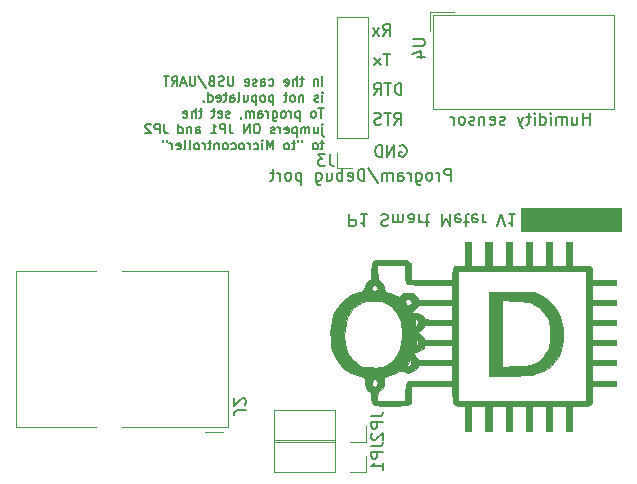
<source format=gbr>
%TF.GenerationSoftware,KiCad,Pcbnew,5.1.12-1.fc35*%
%TF.CreationDate,2021-12-21T00:05:04+01:00*%
%TF.ProjectId,smartmeterreader,736d6172-746d-4657-9465-727265616465,rev?*%
%TF.SameCoordinates,Original*%
%TF.FileFunction,Legend,Bot*%
%TF.FilePolarity,Positive*%
%FSLAX46Y46*%
G04 Gerber Fmt 4.6, Leading zero omitted, Abs format (unit mm)*
G04 Created by KiCad (PCBNEW 5.1.12-1.fc35) date 2021-12-21 00:05:04*
%MOMM*%
%LPD*%
G01*
G04 APERTURE LIST*
%ADD10C,0.150000*%
%ADD11C,0.100000*%
%ADD12C,0.010000*%
%ADD13C,0.120000*%
G04 APERTURE END LIST*
D10*
X166833333Y-84452380D02*
X166833333Y-83452380D01*
X166833333Y-83928571D02*
X166261904Y-83928571D01*
X166261904Y-84452380D02*
X166261904Y-83452380D01*
X165357142Y-83785714D02*
X165357142Y-84452380D01*
X165785714Y-83785714D02*
X165785714Y-84309523D01*
X165738095Y-84404761D01*
X165642857Y-84452380D01*
X165500000Y-84452380D01*
X165404761Y-84404761D01*
X165357142Y-84357142D01*
X164880952Y-84452380D02*
X164880952Y-83785714D01*
X164880952Y-83880952D02*
X164833333Y-83833333D01*
X164738095Y-83785714D01*
X164595238Y-83785714D01*
X164500000Y-83833333D01*
X164452380Y-83928571D01*
X164452380Y-84452380D01*
X164452380Y-83928571D02*
X164404761Y-83833333D01*
X164309523Y-83785714D01*
X164166666Y-83785714D01*
X164071428Y-83833333D01*
X164023809Y-83928571D01*
X164023809Y-84452380D01*
X163547619Y-84452380D02*
X163547619Y-83785714D01*
X163547619Y-83452380D02*
X163595238Y-83500000D01*
X163547619Y-83547619D01*
X163500000Y-83500000D01*
X163547619Y-83452380D01*
X163547619Y-83547619D01*
X162642857Y-84452380D02*
X162642857Y-83452380D01*
X162642857Y-84404761D02*
X162738095Y-84452380D01*
X162928571Y-84452380D01*
X163023809Y-84404761D01*
X163071428Y-84357142D01*
X163119047Y-84261904D01*
X163119047Y-83976190D01*
X163071428Y-83880952D01*
X163023809Y-83833333D01*
X162928571Y-83785714D01*
X162738095Y-83785714D01*
X162642857Y-83833333D01*
X162166666Y-84452380D02*
X162166666Y-83785714D01*
X162166666Y-83452380D02*
X162214285Y-83500000D01*
X162166666Y-83547619D01*
X162119047Y-83500000D01*
X162166666Y-83452380D01*
X162166666Y-83547619D01*
X161833333Y-83785714D02*
X161452380Y-83785714D01*
X161690476Y-83452380D02*
X161690476Y-84309523D01*
X161642857Y-84404761D01*
X161547619Y-84452380D01*
X161452380Y-84452380D01*
X161214285Y-83785714D02*
X160976190Y-84452380D01*
X160738095Y-83785714D02*
X160976190Y-84452380D01*
X161071428Y-84690476D01*
X161119047Y-84738095D01*
X161214285Y-84785714D01*
X159642857Y-84404761D02*
X159547619Y-84452380D01*
X159357142Y-84452380D01*
X159261904Y-84404761D01*
X159214285Y-84309523D01*
X159214285Y-84261904D01*
X159261904Y-84166666D01*
X159357142Y-84119047D01*
X159500000Y-84119047D01*
X159595238Y-84071428D01*
X159642857Y-83976190D01*
X159642857Y-83928571D01*
X159595238Y-83833333D01*
X159500000Y-83785714D01*
X159357142Y-83785714D01*
X159261904Y-83833333D01*
X158404761Y-84404761D02*
X158500000Y-84452380D01*
X158690476Y-84452380D01*
X158785714Y-84404761D01*
X158833333Y-84309523D01*
X158833333Y-83928571D01*
X158785714Y-83833333D01*
X158690476Y-83785714D01*
X158500000Y-83785714D01*
X158404761Y-83833333D01*
X158357142Y-83928571D01*
X158357142Y-84023809D01*
X158833333Y-84119047D01*
X157928571Y-83785714D02*
X157928571Y-84452380D01*
X157928571Y-83880952D02*
X157880952Y-83833333D01*
X157785714Y-83785714D01*
X157642857Y-83785714D01*
X157547619Y-83833333D01*
X157500000Y-83928571D01*
X157500000Y-84452380D01*
X157071428Y-84404761D02*
X156976190Y-84452380D01*
X156785714Y-84452380D01*
X156690476Y-84404761D01*
X156642857Y-84309523D01*
X156642857Y-84261904D01*
X156690476Y-84166666D01*
X156785714Y-84119047D01*
X156928571Y-84119047D01*
X157023809Y-84071428D01*
X157071428Y-83976190D01*
X157071428Y-83928571D01*
X157023809Y-83833333D01*
X156928571Y-83785714D01*
X156785714Y-83785714D01*
X156690476Y-83833333D01*
X156071428Y-84452380D02*
X156166666Y-84404761D01*
X156214285Y-84357142D01*
X156261904Y-84261904D01*
X156261904Y-83976190D01*
X156214285Y-83880952D01*
X156166666Y-83833333D01*
X156071428Y-83785714D01*
X155928571Y-83785714D01*
X155833333Y-83833333D01*
X155785714Y-83880952D01*
X155738095Y-83976190D01*
X155738095Y-84261904D01*
X155785714Y-84357142D01*
X155833333Y-84404761D01*
X155928571Y-84452380D01*
X156071428Y-84452380D01*
X155309523Y-84452380D02*
X155309523Y-83785714D01*
X155309523Y-83976190D02*
X155261904Y-83880952D01*
X155214285Y-83833333D01*
X155119047Y-83785714D01*
X155023809Y-83785714D01*
X144212023Y-81161904D02*
X144212023Y-80361904D01*
X143831071Y-80628571D02*
X143831071Y-81161904D01*
X143831071Y-80704761D02*
X143792976Y-80666666D01*
X143716785Y-80628571D01*
X143602500Y-80628571D01*
X143526309Y-80666666D01*
X143488214Y-80742857D01*
X143488214Y-81161904D01*
X142612023Y-80628571D02*
X142307261Y-80628571D01*
X142497738Y-80361904D02*
X142497738Y-81047619D01*
X142459642Y-81123809D01*
X142383452Y-81161904D01*
X142307261Y-81161904D01*
X142040595Y-81161904D02*
X142040595Y-80361904D01*
X141697738Y-81161904D02*
X141697738Y-80742857D01*
X141735833Y-80666666D01*
X141812023Y-80628571D01*
X141926309Y-80628571D01*
X142002500Y-80666666D01*
X142040595Y-80704761D01*
X141012023Y-81123809D02*
X141088214Y-81161904D01*
X141240595Y-81161904D01*
X141316785Y-81123809D01*
X141354880Y-81047619D01*
X141354880Y-80742857D01*
X141316785Y-80666666D01*
X141240595Y-80628571D01*
X141088214Y-80628571D01*
X141012023Y-80666666D01*
X140973928Y-80742857D01*
X140973928Y-80819047D01*
X141354880Y-80895238D01*
X139678690Y-81123809D02*
X139754880Y-81161904D01*
X139907261Y-81161904D01*
X139983452Y-81123809D01*
X140021547Y-81085714D01*
X140059642Y-81009523D01*
X140059642Y-80780952D01*
X140021547Y-80704761D01*
X139983452Y-80666666D01*
X139907261Y-80628571D01*
X139754880Y-80628571D01*
X139678690Y-80666666D01*
X138992976Y-81161904D02*
X138992976Y-80742857D01*
X139031071Y-80666666D01*
X139107261Y-80628571D01*
X139259642Y-80628571D01*
X139335833Y-80666666D01*
X138992976Y-81123809D02*
X139069166Y-81161904D01*
X139259642Y-81161904D01*
X139335833Y-81123809D01*
X139373928Y-81047619D01*
X139373928Y-80971428D01*
X139335833Y-80895238D01*
X139259642Y-80857142D01*
X139069166Y-80857142D01*
X138992976Y-80819047D01*
X138650119Y-81123809D02*
X138573928Y-81161904D01*
X138421547Y-81161904D01*
X138345357Y-81123809D01*
X138307261Y-81047619D01*
X138307261Y-81009523D01*
X138345357Y-80933333D01*
X138421547Y-80895238D01*
X138535833Y-80895238D01*
X138612023Y-80857142D01*
X138650119Y-80780952D01*
X138650119Y-80742857D01*
X138612023Y-80666666D01*
X138535833Y-80628571D01*
X138421547Y-80628571D01*
X138345357Y-80666666D01*
X137659642Y-81123809D02*
X137735833Y-81161904D01*
X137888214Y-81161904D01*
X137964404Y-81123809D01*
X138002500Y-81047619D01*
X138002500Y-80742857D01*
X137964404Y-80666666D01*
X137888214Y-80628571D01*
X137735833Y-80628571D01*
X137659642Y-80666666D01*
X137621547Y-80742857D01*
X137621547Y-80819047D01*
X138002500Y-80895238D01*
X136669166Y-80361904D02*
X136669166Y-81009523D01*
X136631071Y-81085714D01*
X136592976Y-81123809D01*
X136516785Y-81161904D01*
X136364404Y-81161904D01*
X136288214Y-81123809D01*
X136250119Y-81085714D01*
X136212023Y-81009523D01*
X136212023Y-80361904D01*
X135869166Y-81123809D02*
X135754880Y-81161904D01*
X135564404Y-81161904D01*
X135488214Y-81123809D01*
X135450119Y-81085714D01*
X135412023Y-81009523D01*
X135412023Y-80933333D01*
X135450119Y-80857142D01*
X135488214Y-80819047D01*
X135564404Y-80780952D01*
X135716785Y-80742857D01*
X135792976Y-80704761D01*
X135831071Y-80666666D01*
X135869166Y-80590476D01*
X135869166Y-80514285D01*
X135831071Y-80438095D01*
X135792976Y-80400000D01*
X135716785Y-80361904D01*
X135526309Y-80361904D01*
X135412023Y-80400000D01*
X134802500Y-80742857D02*
X134688214Y-80780952D01*
X134650119Y-80819047D01*
X134612023Y-80895238D01*
X134612023Y-81009523D01*
X134650119Y-81085714D01*
X134688214Y-81123809D01*
X134764404Y-81161904D01*
X135069166Y-81161904D01*
X135069166Y-80361904D01*
X134802500Y-80361904D01*
X134726309Y-80400000D01*
X134688214Y-80438095D01*
X134650119Y-80514285D01*
X134650119Y-80590476D01*
X134688214Y-80666666D01*
X134726309Y-80704761D01*
X134802500Y-80742857D01*
X135069166Y-80742857D01*
X133697738Y-80323809D02*
X134383452Y-81352380D01*
X133431071Y-80361904D02*
X133431071Y-81009523D01*
X133392976Y-81085714D01*
X133354880Y-81123809D01*
X133278690Y-81161904D01*
X133126309Y-81161904D01*
X133050119Y-81123809D01*
X133012023Y-81085714D01*
X132973928Y-81009523D01*
X132973928Y-80361904D01*
X132631071Y-80933333D02*
X132250119Y-80933333D01*
X132707261Y-81161904D02*
X132440595Y-80361904D01*
X132173928Y-81161904D01*
X131450119Y-81161904D02*
X131716785Y-80780952D01*
X131907261Y-81161904D02*
X131907261Y-80361904D01*
X131602500Y-80361904D01*
X131526309Y-80400000D01*
X131488214Y-80438095D01*
X131450119Y-80514285D01*
X131450119Y-80628571D01*
X131488214Y-80704761D01*
X131526309Y-80742857D01*
X131602500Y-80780952D01*
X131907261Y-80780952D01*
X131221547Y-80361904D02*
X130764404Y-80361904D01*
X130992976Y-81161904D02*
X130992976Y-80361904D01*
X144212023Y-82511904D02*
X144212023Y-81978571D01*
X144212023Y-81711904D02*
X144250119Y-81750000D01*
X144212023Y-81788095D01*
X144173928Y-81750000D01*
X144212023Y-81711904D01*
X144212023Y-81788095D01*
X143869166Y-82473809D02*
X143792976Y-82511904D01*
X143640595Y-82511904D01*
X143564404Y-82473809D01*
X143526309Y-82397619D01*
X143526309Y-82359523D01*
X143564404Y-82283333D01*
X143640595Y-82245238D01*
X143754880Y-82245238D01*
X143831071Y-82207142D01*
X143869166Y-82130952D01*
X143869166Y-82092857D01*
X143831071Y-82016666D01*
X143754880Y-81978571D01*
X143640595Y-81978571D01*
X143564404Y-82016666D01*
X142573928Y-81978571D02*
X142573928Y-82511904D01*
X142573928Y-82054761D02*
X142535833Y-82016666D01*
X142459642Y-81978571D01*
X142345357Y-81978571D01*
X142269166Y-82016666D01*
X142231071Y-82092857D01*
X142231071Y-82511904D01*
X141735833Y-82511904D02*
X141812023Y-82473809D01*
X141850119Y-82435714D01*
X141888214Y-82359523D01*
X141888214Y-82130952D01*
X141850119Y-82054761D01*
X141812023Y-82016666D01*
X141735833Y-81978571D01*
X141621547Y-81978571D01*
X141545357Y-82016666D01*
X141507261Y-82054761D01*
X141469166Y-82130952D01*
X141469166Y-82359523D01*
X141507261Y-82435714D01*
X141545357Y-82473809D01*
X141621547Y-82511904D01*
X141735833Y-82511904D01*
X141240595Y-81978571D02*
X140935833Y-81978571D01*
X141126309Y-81711904D02*
X141126309Y-82397619D01*
X141088214Y-82473809D01*
X141012023Y-82511904D01*
X140935833Y-82511904D01*
X140059642Y-81978571D02*
X140059642Y-82778571D01*
X140059642Y-82016666D02*
X139983452Y-81978571D01*
X139831071Y-81978571D01*
X139754880Y-82016666D01*
X139716785Y-82054761D01*
X139678690Y-82130952D01*
X139678690Y-82359523D01*
X139716785Y-82435714D01*
X139754880Y-82473809D01*
X139831071Y-82511904D01*
X139983452Y-82511904D01*
X140059642Y-82473809D01*
X139221547Y-82511904D02*
X139297738Y-82473809D01*
X139335833Y-82435714D01*
X139373928Y-82359523D01*
X139373928Y-82130952D01*
X139335833Y-82054761D01*
X139297738Y-82016666D01*
X139221547Y-81978571D01*
X139107261Y-81978571D01*
X139031071Y-82016666D01*
X138992976Y-82054761D01*
X138954880Y-82130952D01*
X138954880Y-82359523D01*
X138992976Y-82435714D01*
X139031071Y-82473809D01*
X139107261Y-82511904D01*
X139221547Y-82511904D01*
X138612023Y-81978571D02*
X138612023Y-82778571D01*
X138612023Y-82016666D02*
X138535833Y-81978571D01*
X138383452Y-81978571D01*
X138307261Y-82016666D01*
X138269166Y-82054761D01*
X138231071Y-82130952D01*
X138231071Y-82359523D01*
X138269166Y-82435714D01*
X138307261Y-82473809D01*
X138383452Y-82511904D01*
X138535833Y-82511904D01*
X138612023Y-82473809D01*
X137545357Y-81978571D02*
X137545357Y-82511904D01*
X137888214Y-81978571D02*
X137888214Y-82397619D01*
X137850119Y-82473809D01*
X137773928Y-82511904D01*
X137659642Y-82511904D01*
X137583452Y-82473809D01*
X137545357Y-82435714D01*
X137050119Y-82511904D02*
X137126309Y-82473809D01*
X137164404Y-82397619D01*
X137164404Y-81711904D01*
X136402500Y-82511904D02*
X136402500Y-82092857D01*
X136440595Y-82016666D01*
X136516785Y-81978571D01*
X136669166Y-81978571D01*
X136745357Y-82016666D01*
X136402500Y-82473809D02*
X136478690Y-82511904D01*
X136669166Y-82511904D01*
X136745357Y-82473809D01*
X136783452Y-82397619D01*
X136783452Y-82321428D01*
X136745357Y-82245238D01*
X136669166Y-82207142D01*
X136478690Y-82207142D01*
X136402500Y-82169047D01*
X136135833Y-81978571D02*
X135831071Y-81978571D01*
X136021547Y-81711904D02*
X136021547Y-82397619D01*
X135983452Y-82473809D01*
X135907261Y-82511904D01*
X135831071Y-82511904D01*
X135259642Y-82473809D02*
X135335833Y-82511904D01*
X135488214Y-82511904D01*
X135564404Y-82473809D01*
X135602500Y-82397619D01*
X135602500Y-82092857D01*
X135564404Y-82016666D01*
X135488214Y-81978571D01*
X135335833Y-81978571D01*
X135259642Y-82016666D01*
X135221547Y-82092857D01*
X135221547Y-82169047D01*
X135602500Y-82245238D01*
X134535833Y-82511904D02*
X134535833Y-81711904D01*
X134535833Y-82473809D02*
X134612023Y-82511904D01*
X134764404Y-82511904D01*
X134840595Y-82473809D01*
X134878690Y-82435714D01*
X134916785Y-82359523D01*
X134916785Y-82130952D01*
X134878690Y-82054761D01*
X134840595Y-82016666D01*
X134764404Y-81978571D01*
X134612023Y-81978571D01*
X134535833Y-82016666D01*
X134154880Y-82435714D02*
X134116785Y-82473809D01*
X134154880Y-82511904D01*
X134192976Y-82473809D01*
X134154880Y-82435714D01*
X134154880Y-82511904D01*
X144326309Y-83061904D02*
X143869166Y-83061904D01*
X144097738Y-83861904D02*
X144097738Y-83061904D01*
X143488214Y-83861904D02*
X143564404Y-83823809D01*
X143602500Y-83785714D01*
X143640595Y-83709523D01*
X143640595Y-83480952D01*
X143602500Y-83404761D01*
X143564404Y-83366666D01*
X143488214Y-83328571D01*
X143373928Y-83328571D01*
X143297738Y-83366666D01*
X143259642Y-83404761D01*
X143221547Y-83480952D01*
X143221547Y-83709523D01*
X143259642Y-83785714D01*
X143297738Y-83823809D01*
X143373928Y-83861904D01*
X143488214Y-83861904D01*
X142269166Y-83328571D02*
X142269166Y-84128571D01*
X142269166Y-83366666D02*
X142192976Y-83328571D01*
X142040595Y-83328571D01*
X141964404Y-83366666D01*
X141926309Y-83404761D01*
X141888214Y-83480952D01*
X141888214Y-83709523D01*
X141926309Y-83785714D01*
X141964404Y-83823809D01*
X142040595Y-83861904D01*
X142192976Y-83861904D01*
X142269166Y-83823809D01*
X141545357Y-83861904D02*
X141545357Y-83328571D01*
X141545357Y-83480952D02*
X141507261Y-83404761D01*
X141469166Y-83366666D01*
X141392976Y-83328571D01*
X141316785Y-83328571D01*
X140935833Y-83861904D02*
X141012023Y-83823809D01*
X141050119Y-83785714D01*
X141088214Y-83709523D01*
X141088214Y-83480952D01*
X141050119Y-83404761D01*
X141012023Y-83366666D01*
X140935833Y-83328571D01*
X140821547Y-83328571D01*
X140745357Y-83366666D01*
X140707261Y-83404761D01*
X140669166Y-83480952D01*
X140669166Y-83709523D01*
X140707261Y-83785714D01*
X140745357Y-83823809D01*
X140821547Y-83861904D01*
X140935833Y-83861904D01*
X139983452Y-83328571D02*
X139983452Y-83976190D01*
X140021547Y-84052380D01*
X140059642Y-84090476D01*
X140135833Y-84128571D01*
X140250119Y-84128571D01*
X140326309Y-84090476D01*
X139983452Y-83823809D02*
X140059642Y-83861904D01*
X140212023Y-83861904D01*
X140288214Y-83823809D01*
X140326309Y-83785714D01*
X140364404Y-83709523D01*
X140364404Y-83480952D01*
X140326309Y-83404761D01*
X140288214Y-83366666D01*
X140212023Y-83328571D01*
X140059642Y-83328571D01*
X139983452Y-83366666D01*
X139602500Y-83861904D02*
X139602500Y-83328571D01*
X139602500Y-83480952D02*
X139564404Y-83404761D01*
X139526309Y-83366666D01*
X139450119Y-83328571D01*
X139373928Y-83328571D01*
X138764404Y-83861904D02*
X138764404Y-83442857D01*
X138802500Y-83366666D01*
X138878690Y-83328571D01*
X139031071Y-83328571D01*
X139107261Y-83366666D01*
X138764404Y-83823809D02*
X138840595Y-83861904D01*
X139031071Y-83861904D01*
X139107261Y-83823809D01*
X139145357Y-83747619D01*
X139145357Y-83671428D01*
X139107261Y-83595238D01*
X139031071Y-83557142D01*
X138840595Y-83557142D01*
X138764404Y-83519047D01*
X138383452Y-83861904D02*
X138383452Y-83328571D01*
X138383452Y-83404761D02*
X138345357Y-83366666D01*
X138269166Y-83328571D01*
X138154880Y-83328571D01*
X138078690Y-83366666D01*
X138040595Y-83442857D01*
X138040595Y-83861904D01*
X138040595Y-83442857D02*
X138002500Y-83366666D01*
X137926309Y-83328571D01*
X137812023Y-83328571D01*
X137735833Y-83366666D01*
X137697738Y-83442857D01*
X137697738Y-83861904D01*
X137278690Y-83823809D02*
X137278690Y-83861904D01*
X137316785Y-83938095D01*
X137354880Y-83976190D01*
X136364404Y-83823809D02*
X136288214Y-83861904D01*
X136135833Y-83861904D01*
X136059642Y-83823809D01*
X136021547Y-83747619D01*
X136021547Y-83709523D01*
X136059642Y-83633333D01*
X136135833Y-83595238D01*
X136250119Y-83595238D01*
X136326309Y-83557142D01*
X136364404Y-83480952D01*
X136364404Y-83442857D01*
X136326309Y-83366666D01*
X136250119Y-83328571D01*
X136135833Y-83328571D01*
X136059642Y-83366666D01*
X135373928Y-83823809D02*
X135450119Y-83861904D01*
X135602500Y-83861904D01*
X135678690Y-83823809D01*
X135716785Y-83747619D01*
X135716785Y-83442857D01*
X135678690Y-83366666D01*
X135602500Y-83328571D01*
X135450119Y-83328571D01*
X135373928Y-83366666D01*
X135335833Y-83442857D01*
X135335833Y-83519047D01*
X135716785Y-83595238D01*
X135107261Y-83328571D02*
X134802500Y-83328571D01*
X134992976Y-83061904D02*
X134992976Y-83747619D01*
X134954880Y-83823809D01*
X134878690Y-83861904D01*
X134802500Y-83861904D01*
X134040595Y-83328571D02*
X133735833Y-83328571D01*
X133926309Y-83061904D02*
X133926309Y-83747619D01*
X133888214Y-83823809D01*
X133812023Y-83861904D01*
X133735833Y-83861904D01*
X133469166Y-83861904D02*
X133469166Y-83061904D01*
X133126309Y-83861904D02*
X133126309Y-83442857D01*
X133164404Y-83366666D01*
X133240595Y-83328571D01*
X133354880Y-83328571D01*
X133431071Y-83366666D01*
X133469166Y-83404761D01*
X132440595Y-83823809D02*
X132516785Y-83861904D01*
X132669166Y-83861904D01*
X132745357Y-83823809D01*
X132783452Y-83747619D01*
X132783452Y-83442857D01*
X132745357Y-83366666D01*
X132669166Y-83328571D01*
X132516785Y-83328571D01*
X132440595Y-83366666D01*
X132402500Y-83442857D01*
X132402500Y-83519047D01*
X132783452Y-83595238D01*
X144212023Y-84678571D02*
X144212023Y-85364285D01*
X144250119Y-85440476D01*
X144326309Y-85478571D01*
X144364404Y-85478571D01*
X144212023Y-84411904D02*
X144250119Y-84450000D01*
X144212023Y-84488095D01*
X144173928Y-84450000D01*
X144212023Y-84411904D01*
X144212023Y-84488095D01*
X143488214Y-84678571D02*
X143488214Y-85211904D01*
X143831071Y-84678571D02*
X143831071Y-85097619D01*
X143792976Y-85173809D01*
X143716785Y-85211904D01*
X143602500Y-85211904D01*
X143526309Y-85173809D01*
X143488214Y-85135714D01*
X143107261Y-85211904D02*
X143107261Y-84678571D01*
X143107261Y-84754761D02*
X143069166Y-84716666D01*
X142992976Y-84678571D01*
X142878690Y-84678571D01*
X142802500Y-84716666D01*
X142764404Y-84792857D01*
X142764404Y-85211904D01*
X142764404Y-84792857D02*
X142726309Y-84716666D01*
X142650119Y-84678571D01*
X142535833Y-84678571D01*
X142459642Y-84716666D01*
X142421547Y-84792857D01*
X142421547Y-85211904D01*
X142040595Y-84678571D02*
X142040595Y-85478571D01*
X142040595Y-84716666D02*
X141964404Y-84678571D01*
X141812023Y-84678571D01*
X141735833Y-84716666D01*
X141697738Y-84754761D01*
X141659642Y-84830952D01*
X141659642Y-85059523D01*
X141697738Y-85135714D01*
X141735833Y-85173809D01*
X141812023Y-85211904D01*
X141964404Y-85211904D01*
X142040595Y-85173809D01*
X141012023Y-85173809D02*
X141088214Y-85211904D01*
X141240595Y-85211904D01*
X141316785Y-85173809D01*
X141354880Y-85097619D01*
X141354880Y-84792857D01*
X141316785Y-84716666D01*
X141240595Y-84678571D01*
X141088214Y-84678571D01*
X141012023Y-84716666D01*
X140973928Y-84792857D01*
X140973928Y-84869047D01*
X141354880Y-84945238D01*
X140631071Y-85211904D02*
X140631071Y-84678571D01*
X140631071Y-84830952D02*
X140592976Y-84754761D01*
X140554880Y-84716666D01*
X140478690Y-84678571D01*
X140402500Y-84678571D01*
X140173928Y-85173809D02*
X140097738Y-85211904D01*
X139945357Y-85211904D01*
X139869166Y-85173809D01*
X139831071Y-85097619D01*
X139831071Y-85059523D01*
X139869166Y-84983333D01*
X139945357Y-84945238D01*
X140059642Y-84945238D01*
X140135833Y-84907142D01*
X140173928Y-84830952D01*
X140173928Y-84792857D01*
X140135833Y-84716666D01*
X140059642Y-84678571D01*
X139945357Y-84678571D01*
X139869166Y-84716666D01*
X138726309Y-84411904D02*
X138573928Y-84411904D01*
X138497738Y-84450000D01*
X138421547Y-84526190D01*
X138383452Y-84678571D01*
X138383452Y-84945238D01*
X138421547Y-85097619D01*
X138497738Y-85173809D01*
X138573928Y-85211904D01*
X138726309Y-85211904D01*
X138802500Y-85173809D01*
X138878690Y-85097619D01*
X138916785Y-84945238D01*
X138916785Y-84678571D01*
X138878690Y-84526190D01*
X138802500Y-84450000D01*
X138726309Y-84411904D01*
X138040595Y-85211904D02*
X138040595Y-84411904D01*
X137583452Y-85211904D01*
X137583452Y-84411904D01*
X136364404Y-84411904D02*
X136364404Y-84983333D01*
X136402500Y-85097619D01*
X136478690Y-85173809D01*
X136592976Y-85211904D01*
X136669166Y-85211904D01*
X135983452Y-85211904D02*
X135983452Y-84411904D01*
X135678690Y-84411904D01*
X135602500Y-84450000D01*
X135564404Y-84488095D01*
X135526309Y-84564285D01*
X135526309Y-84678571D01*
X135564404Y-84754761D01*
X135602500Y-84792857D01*
X135678690Y-84830952D01*
X135983452Y-84830952D01*
X134764404Y-85211904D02*
X135221547Y-85211904D01*
X134992976Y-85211904D02*
X134992976Y-84411904D01*
X135069166Y-84526190D01*
X135145357Y-84602380D01*
X135221547Y-84640476D01*
X133469166Y-85211904D02*
X133469166Y-84792857D01*
X133507261Y-84716666D01*
X133583452Y-84678571D01*
X133735833Y-84678571D01*
X133812023Y-84716666D01*
X133469166Y-85173809D02*
X133545357Y-85211904D01*
X133735833Y-85211904D01*
X133812023Y-85173809D01*
X133850119Y-85097619D01*
X133850119Y-85021428D01*
X133812023Y-84945238D01*
X133735833Y-84907142D01*
X133545357Y-84907142D01*
X133469166Y-84869047D01*
X133088214Y-84678571D02*
X133088214Y-85211904D01*
X133088214Y-84754761D02*
X133050119Y-84716666D01*
X132973928Y-84678571D01*
X132859642Y-84678571D01*
X132783452Y-84716666D01*
X132745357Y-84792857D01*
X132745357Y-85211904D01*
X132021547Y-85211904D02*
X132021547Y-84411904D01*
X132021547Y-85173809D02*
X132097738Y-85211904D01*
X132250119Y-85211904D01*
X132326309Y-85173809D01*
X132364404Y-85135714D01*
X132402500Y-85059523D01*
X132402500Y-84830952D01*
X132364404Y-84754761D01*
X132326309Y-84716666D01*
X132250119Y-84678571D01*
X132097738Y-84678571D01*
X132021547Y-84716666D01*
X130802500Y-84411904D02*
X130802500Y-84983333D01*
X130840595Y-85097619D01*
X130916785Y-85173809D01*
X131031071Y-85211904D01*
X131107261Y-85211904D01*
X130421547Y-85211904D02*
X130421547Y-84411904D01*
X130116785Y-84411904D01*
X130040595Y-84450000D01*
X130002500Y-84488095D01*
X129964404Y-84564285D01*
X129964404Y-84678571D01*
X130002500Y-84754761D01*
X130040595Y-84792857D01*
X130116785Y-84830952D01*
X130421547Y-84830952D01*
X129659642Y-84488095D02*
X129621547Y-84450000D01*
X129545357Y-84411904D01*
X129354880Y-84411904D01*
X129278690Y-84450000D01*
X129240595Y-84488095D01*
X129202500Y-84564285D01*
X129202500Y-84640476D01*
X129240595Y-84754761D01*
X129697738Y-85211904D01*
X129202500Y-85211904D01*
X144326309Y-86028571D02*
X144021547Y-86028571D01*
X144212023Y-85761904D02*
X144212023Y-86447619D01*
X144173928Y-86523809D01*
X144097738Y-86561904D01*
X144021547Y-86561904D01*
X143640595Y-86561904D02*
X143716785Y-86523809D01*
X143754880Y-86485714D01*
X143792976Y-86409523D01*
X143792976Y-86180952D01*
X143754880Y-86104761D01*
X143716785Y-86066666D01*
X143640595Y-86028571D01*
X143526309Y-86028571D01*
X143450119Y-86066666D01*
X143412023Y-86104761D01*
X143373928Y-86180952D01*
X143373928Y-86409523D01*
X143412023Y-86485714D01*
X143450119Y-86523809D01*
X143526309Y-86561904D01*
X143640595Y-86561904D01*
X142459642Y-85761904D02*
X142459642Y-85914285D01*
X142154880Y-85761904D02*
X142154880Y-85914285D01*
X141926309Y-86028571D02*
X141621547Y-86028571D01*
X141812023Y-85761904D02*
X141812023Y-86447619D01*
X141773928Y-86523809D01*
X141697738Y-86561904D01*
X141621547Y-86561904D01*
X141240595Y-86561904D02*
X141316785Y-86523809D01*
X141354880Y-86485714D01*
X141392976Y-86409523D01*
X141392976Y-86180952D01*
X141354880Y-86104761D01*
X141316785Y-86066666D01*
X141240595Y-86028571D01*
X141126309Y-86028571D01*
X141050119Y-86066666D01*
X141012023Y-86104761D01*
X140973928Y-86180952D01*
X140973928Y-86409523D01*
X141012023Y-86485714D01*
X141050119Y-86523809D01*
X141126309Y-86561904D01*
X141240595Y-86561904D01*
X140021547Y-86561904D02*
X140021547Y-85761904D01*
X139754880Y-86333333D01*
X139488214Y-85761904D01*
X139488214Y-86561904D01*
X139107261Y-86561904D02*
X139107261Y-86028571D01*
X139107261Y-85761904D02*
X139145357Y-85800000D01*
X139107261Y-85838095D01*
X139069166Y-85800000D01*
X139107261Y-85761904D01*
X139107261Y-85838095D01*
X138383452Y-86523809D02*
X138459642Y-86561904D01*
X138612023Y-86561904D01*
X138688214Y-86523809D01*
X138726309Y-86485714D01*
X138764404Y-86409523D01*
X138764404Y-86180952D01*
X138726309Y-86104761D01*
X138688214Y-86066666D01*
X138612023Y-86028571D01*
X138459642Y-86028571D01*
X138383452Y-86066666D01*
X138040595Y-86561904D02*
X138040595Y-86028571D01*
X138040595Y-86180952D02*
X138002500Y-86104761D01*
X137964404Y-86066666D01*
X137888214Y-86028571D01*
X137812023Y-86028571D01*
X137431071Y-86561904D02*
X137507261Y-86523809D01*
X137545357Y-86485714D01*
X137583452Y-86409523D01*
X137583452Y-86180952D01*
X137545357Y-86104761D01*
X137507261Y-86066666D01*
X137431071Y-86028571D01*
X137316785Y-86028571D01*
X137240595Y-86066666D01*
X137202500Y-86104761D01*
X137164404Y-86180952D01*
X137164404Y-86409523D01*
X137202500Y-86485714D01*
X137240595Y-86523809D01*
X137316785Y-86561904D01*
X137431071Y-86561904D01*
X136478690Y-86523809D02*
X136554880Y-86561904D01*
X136707261Y-86561904D01*
X136783452Y-86523809D01*
X136821547Y-86485714D01*
X136859642Y-86409523D01*
X136859642Y-86180952D01*
X136821547Y-86104761D01*
X136783452Y-86066666D01*
X136707261Y-86028571D01*
X136554880Y-86028571D01*
X136478690Y-86066666D01*
X136021547Y-86561904D02*
X136097738Y-86523809D01*
X136135833Y-86485714D01*
X136173928Y-86409523D01*
X136173928Y-86180952D01*
X136135833Y-86104761D01*
X136097738Y-86066666D01*
X136021547Y-86028571D01*
X135907261Y-86028571D01*
X135831071Y-86066666D01*
X135792976Y-86104761D01*
X135754880Y-86180952D01*
X135754880Y-86409523D01*
X135792976Y-86485714D01*
X135831071Y-86523809D01*
X135907261Y-86561904D01*
X136021547Y-86561904D01*
X135412023Y-86028571D02*
X135412023Y-86561904D01*
X135412023Y-86104761D02*
X135373928Y-86066666D01*
X135297738Y-86028571D01*
X135183452Y-86028571D01*
X135107261Y-86066666D01*
X135069166Y-86142857D01*
X135069166Y-86561904D01*
X134802500Y-86028571D02*
X134497738Y-86028571D01*
X134688214Y-85761904D02*
X134688214Y-86447619D01*
X134650119Y-86523809D01*
X134573928Y-86561904D01*
X134497738Y-86561904D01*
X134231071Y-86561904D02*
X134231071Y-86028571D01*
X134231071Y-86180952D02*
X134192976Y-86104761D01*
X134154880Y-86066666D01*
X134078690Y-86028571D01*
X134002500Y-86028571D01*
X133621547Y-86561904D02*
X133697738Y-86523809D01*
X133735833Y-86485714D01*
X133773928Y-86409523D01*
X133773928Y-86180952D01*
X133735833Y-86104761D01*
X133697738Y-86066666D01*
X133621547Y-86028571D01*
X133507261Y-86028571D01*
X133431071Y-86066666D01*
X133392976Y-86104761D01*
X133354880Y-86180952D01*
X133354880Y-86409523D01*
X133392976Y-86485714D01*
X133431071Y-86523809D01*
X133507261Y-86561904D01*
X133621547Y-86561904D01*
X132897738Y-86561904D02*
X132973928Y-86523809D01*
X133012023Y-86447619D01*
X133012023Y-85761904D01*
X132478690Y-86561904D02*
X132554880Y-86523809D01*
X132592976Y-86447619D01*
X132592976Y-85761904D01*
X131869166Y-86523809D02*
X131945357Y-86561904D01*
X132097738Y-86561904D01*
X132173928Y-86523809D01*
X132212023Y-86447619D01*
X132212023Y-86142857D01*
X132173928Y-86066666D01*
X132097738Y-86028571D01*
X131945357Y-86028571D01*
X131869166Y-86066666D01*
X131831071Y-86142857D01*
X131831071Y-86219047D01*
X132212023Y-86295238D01*
X131488214Y-86561904D02*
X131488214Y-86028571D01*
X131488214Y-86180952D02*
X131450119Y-86104761D01*
X131412023Y-86066666D01*
X131335833Y-86028571D01*
X131259642Y-86028571D01*
X131031071Y-85761904D02*
X131031071Y-85914285D01*
X130726309Y-85761904D02*
X130726309Y-85914285D01*
X150761904Y-86250000D02*
X150857142Y-86202380D01*
X151000000Y-86202380D01*
X151142857Y-86250000D01*
X151238095Y-86345238D01*
X151285714Y-86440476D01*
X151333333Y-86630952D01*
X151333333Y-86773809D01*
X151285714Y-86964285D01*
X151238095Y-87059523D01*
X151142857Y-87154761D01*
X151000000Y-87202380D01*
X150904761Y-87202380D01*
X150761904Y-87154761D01*
X150714285Y-87107142D01*
X150714285Y-86773809D01*
X150904761Y-86773809D01*
X150285714Y-87202380D02*
X150285714Y-86202380D01*
X149714285Y-87202380D01*
X149714285Y-86202380D01*
X149238095Y-87202380D02*
X149238095Y-86202380D01*
X149000000Y-86202380D01*
X148857142Y-86250000D01*
X148761904Y-86345238D01*
X148714285Y-86440476D01*
X148666666Y-86630952D01*
X148666666Y-86773809D01*
X148714285Y-86964285D01*
X148761904Y-87059523D01*
X148857142Y-87154761D01*
X149000000Y-87202380D01*
X149238095Y-87202380D01*
X150297619Y-84452380D02*
X150630952Y-83976190D01*
X150869047Y-84452380D02*
X150869047Y-83452380D01*
X150488095Y-83452380D01*
X150392857Y-83500000D01*
X150345238Y-83547619D01*
X150297619Y-83642857D01*
X150297619Y-83785714D01*
X150345238Y-83880952D01*
X150392857Y-83928571D01*
X150488095Y-83976190D01*
X150869047Y-83976190D01*
X150011904Y-83452380D02*
X149440476Y-83452380D01*
X149726190Y-84452380D02*
X149726190Y-83452380D01*
X149154761Y-84404761D02*
X149011904Y-84452380D01*
X148773809Y-84452380D01*
X148678571Y-84404761D01*
X148630952Y-84357142D01*
X148583333Y-84261904D01*
X148583333Y-84166666D01*
X148630952Y-84071428D01*
X148678571Y-84023809D01*
X148773809Y-83976190D01*
X148964285Y-83928571D01*
X149059523Y-83880952D01*
X149107142Y-83833333D01*
X149154761Y-83738095D01*
X149154761Y-83642857D01*
X149107142Y-83547619D01*
X149059523Y-83500000D01*
X148964285Y-83452380D01*
X148726190Y-83452380D01*
X148583333Y-83500000D01*
X150892857Y-81952380D02*
X150892857Y-80952380D01*
X150654761Y-80952380D01*
X150511904Y-81000000D01*
X150416666Y-81095238D01*
X150369047Y-81190476D01*
X150321428Y-81380952D01*
X150321428Y-81523809D01*
X150369047Y-81714285D01*
X150416666Y-81809523D01*
X150511904Y-81904761D01*
X150654761Y-81952380D01*
X150892857Y-81952380D01*
X150035714Y-80952380D02*
X149464285Y-80952380D01*
X149750000Y-81952380D02*
X149750000Y-80952380D01*
X148559523Y-81952380D02*
X148892857Y-81476190D01*
X149130952Y-81952380D02*
X149130952Y-80952380D01*
X148750000Y-80952380D01*
X148654761Y-81000000D01*
X148607142Y-81047619D01*
X148559523Y-81142857D01*
X148559523Y-81285714D01*
X148607142Y-81380952D01*
X148654761Y-81428571D01*
X148750000Y-81476190D01*
X149130952Y-81476190D01*
X149940476Y-78452380D02*
X149369047Y-78452380D01*
X149654761Y-79452380D02*
X149654761Y-78452380D01*
X149130952Y-79452380D02*
X148607142Y-78785714D01*
X149130952Y-78785714D02*
X148607142Y-79452380D01*
X149345238Y-76952380D02*
X149678571Y-76476190D01*
X149916666Y-76952380D02*
X149916666Y-75952380D01*
X149535714Y-75952380D01*
X149440476Y-76000000D01*
X149392857Y-76047619D01*
X149345238Y-76142857D01*
X149345238Y-76285714D01*
X149392857Y-76380952D01*
X149440476Y-76428571D01*
X149535714Y-76476190D01*
X149916666Y-76476190D01*
X149011904Y-76952380D02*
X148488095Y-76285714D01*
X149011904Y-76285714D02*
X148488095Y-76952380D01*
X155095238Y-89202380D02*
X155095238Y-88202380D01*
X154714285Y-88202380D01*
X154619047Y-88250000D01*
X154571428Y-88297619D01*
X154523809Y-88392857D01*
X154523809Y-88535714D01*
X154571428Y-88630952D01*
X154619047Y-88678571D01*
X154714285Y-88726190D01*
X155095238Y-88726190D01*
X154095238Y-89202380D02*
X154095238Y-88535714D01*
X154095238Y-88726190D02*
X154047619Y-88630952D01*
X154000000Y-88583333D01*
X153904761Y-88535714D01*
X153809523Y-88535714D01*
X153333333Y-89202380D02*
X153428571Y-89154761D01*
X153476190Y-89107142D01*
X153523809Y-89011904D01*
X153523809Y-88726190D01*
X153476190Y-88630952D01*
X153428571Y-88583333D01*
X153333333Y-88535714D01*
X153190476Y-88535714D01*
X153095238Y-88583333D01*
X153047619Y-88630952D01*
X153000000Y-88726190D01*
X153000000Y-89011904D01*
X153047619Y-89107142D01*
X153095238Y-89154761D01*
X153190476Y-89202380D01*
X153333333Y-89202380D01*
X152142857Y-88535714D02*
X152142857Y-89345238D01*
X152190476Y-89440476D01*
X152238095Y-89488095D01*
X152333333Y-89535714D01*
X152476190Y-89535714D01*
X152571428Y-89488095D01*
X152142857Y-89154761D02*
X152238095Y-89202380D01*
X152428571Y-89202380D01*
X152523809Y-89154761D01*
X152571428Y-89107142D01*
X152619047Y-89011904D01*
X152619047Y-88726190D01*
X152571428Y-88630952D01*
X152523809Y-88583333D01*
X152428571Y-88535714D01*
X152238095Y-88535714D01*
X152142857Y-88583333D01*
X151666666Y-89202380D02*
X151666666Y-88535714D01*
X151666666Y-88726190D02*
X151619047Y-88630952D01*
X151571428Y-88583333D01*
X151476190Y-88535714D01*
X151380952Y-88535714D01*
X150619047Y-89202380D02*
X150619047Y-88678571D01*
X150666666Y-88583333D01*
X150761904Y-88535714D01*
X150952380Y-88535714D01*
X151047619Y-88583333D01*
X150619047Y-89154761D02*
X150714285Y-89202380D01*
X150952380Y-89202380D01*
X151047619Y-89154761D01*
X151095238Y-89059523D01*
X151095238Y-88964285D01*
X151047619Y-88869047D01*
X150952380Y-88821428D01*
X150714285Y-88821428D01*
X150619047Y-88773809D01*
X150142857Y-89202380D02*
X150142857Y-88535714D01*
X150142857Y-88630952D02*
X150095238Y-88583333D01*
X150000000Y-88535714D01*
X149857142Y-88535714D01*
X149761904Y-88583333D01*
X149714285Y-88678571D01*
X149714285Y-89202380D01*
X149714285Y-88678571D02*
X149666666Y-88583333D01*
X149571428Y-88535714D01*
X149428571Y-88535714D01*
X149333333Y-88583333D01*
X149285714Y-88678571D01*
X149285714Y-89202380D01*
X148095238Y-88154761D02*
X148952380Y-89440476D01*
X147761904Y-89202380D02*
X147761904Y-88202380D01*
X147523809Y-88202380D01*
X147380952Y-88250000D01*
X147285714Y-88345238D01*
X147238095Y-88440476D01*
X147190476Y-88630952D01*
X147190476Y-88773809D01*
X147238095Y-88964285D01*
X147285714Y-89059523D01*
X147380952Y-89154761D01*
X147523809Y-89202380D01*
X147761904Y-89202380D01*
X146380952Y-89154761D02*
X146476190Y-89202380D01*
X146666666Y-89202380D01*
X146761904Y-89154761D01*
X146809523Y-89059523D01*
X146809523Y-88678571D01*
X146761904Y-88583333D01*
X146666666Y-88535714D01*
X146476190Y-88535714D01*
X146380952Y-88583333D01*
X146333333Y-88678571D01*
X146333333Y-88773809D01*
X146809523Y-88869047D01*
X145904761Y-89202380D02*
X145904761Y-88202380D01*
X145904761Y-88583333D02*
X145809523Y-88535714D01*
X145619047Y-88535714D01*
X145523809Y-88583333D01*
X145476190Y-88630952D01*
X145428571Y-88726190D01*
X145428571Y-89011904D01*
X145476190Y-89107142D01*
X145523809Y-89154761D01*
X145619047Y-89202380D01*
X145809523Y-89202380D01*
X145904761Y-89154761D01*
X144571428Y-88535714D02*
X144571428Y-89202380D01*
X145000000Y-88535714D02*
X145000000Y-89059523D01*
X144952380Y-89154761D01*
X144857142Y-89202380D01*
X144714285Y-89202380D01*
X144619047Y-89154761D01*
X144571428Y-89107142D01*
X143666666Y-88535714D02*
X143666666Y-89345238D01*
X143714285Y-89440476D01*
X143761904Y-89488095D01*
X143857142Y-89535714D01*
X144000000Y-89535714D01*
X144095238Y-89488095D01*
X143666666Y-89154761D02*
X143761904Y-89202380D01*
X143952380Y-89202380D01*
X144047619Y-89154761D01*
X144095238Y-89107142D01*
X144142857Y-89011904D01*
X144142857Y-88726190D01*
X144095238Y-88630952D01*
X144047619Y-88583333D01*
X143952380Y-88535714D01*
X143761904Y-88535714D01*
X143666666Y-88583333D01*
X142428571Y-88535714D02*
X142428571Y-89535714D01*
X142428571Y-88583333D02*
X142333333Y-88535714D01*
X142142857Y-88535714D01*
X142047619Y-88583333D01*
X142000000Y-88630952D01*
X141952380Y-88726190D01*
X141952380Y-89011904D01*
X142000000Y-89107142D01*
X142047619Y-89154761D01*
X142142857Y-89202380D01*
X142333333Y-89202380D01*
X142428571Y-89154761D01*
X141380952Y-89202380D02*
X141476190Y-89154761D01*
X141523809Y-89107142D01*
X141571428Y-89011904D01*
X141571428Y-88726190D01*
X141523809Y-88630952D01*
X141476190Y-88583333D01*
X141380952Y-88535714D01*
X141238095Y-88535714D01*
X141142857Y-88583333D01*
X141095238Y-88630952D01*
X141047619Y-88726190D01*
X141047619Y-89011904D01*
X141095238Y-89107142D01*
X141142857Y-89154761D01*
X141238095Y-89202380D01*
X141380952Y-89202380D01*
X140619047Y-89202380D02*
X140619047Y-88535714D01*
X140619047Y-88726190D02*
X140571428Y-88630952D01*
X140523809Y-88583333D01*
X140428571Y-88535714D01*
X140333333Y-88535714D01*
X140142857Y-88535714D02*
X139761904Y-88535714D01*
X140000000Y-88202380D02*
X140000000Y-89059523D01*
X139952380Y-89154761D01*
X139857142Y-89202380D01*
X139761904Y-89202380D01*
D11*
G36*
X169500000Y-93500000D02*
G01*
X161000000Y-93500000D01*
X161000000Y-91500000D01*
X169500000Y-91500000D01*
X169500000Y-93500000D01*
G37*
X169500000Y-93500000D02*
X161000000Y-93500000D01*
X161000000Y-91500000D01*
X169500000Y-91500000D01*
X169500000Y-93500000D01*
D10*
X146500000Y-92047619D02*
X146500000Y-93047619D01*
X146880952Y-93047619D01*
X146976190Y-93000000D01*
X147023809Y-92952380D01*
X147071428Y-92857142D01*
X147071428Y-92714285D01*
X147023809Y-92619047D01*
X146976190Y-92571428D01*
X146880952Y-92523809D01*
X146500000Y-92523809D01*
X148023809Y-92047619D02*
X147452380Y-92047619D01*
X147738095Y-92047619D02*
X147738095Y-93047619D01*
X147642857Y-92904761D01*
X147547619Y-92809523D01*
X147452380Y-92761904D01*
X149166666Y-92095238D02*
X149309523Y-92047619D01*
X149547619Y-92047619D01*
X149642857Y-92095238D01*
X149690476Y-92142857D01*
X149738095Y-92238095D01*
X149738095Y-92333333D01*
X149690476Y-92428571D01*
X149642857Y-92476190D01*
X149547619Y-92523809D01*
X149357142Y-92571428D01*
X149261904Y-92619047D01*
X149214285Y-92666666D01*
X149166666Y-92761904D01*
X149166666Y-92857142D01*
X149214285Y-92952380D01*
X149261904Y-93000000D01*
X149357142Y-93047619D01*
X149595238Y-93047619D01*
X149738095Y-93000000D01*
X150166666Y-92047619D02*
X150166666Y-92714285D01*
X150166666Y-92619047D02*
X150214285Y-92666666D01*
X150309523Y-92714285D01*
X150452380Y-92714285D01*
X150547619Y-92666666D01*
X150595238Y-92571428D01*
X150595238Y-92047619D01*
X150595238Y-92571428D02*
X150642857Y-92666666D01*
X150738095Y-92714285D01*
X150880952Y-92714285D01*
X150976190Y-92666666D01*
X151023809Y-92571428D01*
X151023809Y-92047619D01*
X151928571Y-92047619D02*
X151928571Y-92571428D01*
X151880952Y-92666666D01*
X151785714Y-92714285D01*
X151595238Y-92714285D01*
X151500000Y-92666666D01*
X151928571Y-92095238D02*
X151833333Y-92047619D01*
X151595238Y-92047619D01*
X151500000Y-92095238D01*
X151452380Y-92190476D01*
X151452380Y-92285714D01*
X151500000Y-92380952D01*
X151595238Y-92428571D01*
X151833333Y-92428571D01*
X151928571Y-92476190D01*
X152404761Y-92047619D02*
X152404761Y-92714285D01*
X152404761Y-92523809D02*
X152452380Y-92619047D01*
X152500000Y-92666666D01*
X152595238Y-92714285D01*
X152690476Y-92714285D01*
X152880952Y-92714285D02*
X153261904Y-92714285D01*
X153023809Y-93047619D02*
X153023809Y-92190476D01*
X153071428Y-92095238D01*
X153166666Y-92047619D01*
X153261904Y-92047619D01*
X154357142Y-92047619D02*
X154357142Y-93047619D01*
X154690476Y-92333333D01*
X155023809Y-93047619D01*
X155023809Y-92047619D01*
X155880952Y-92095238D02*
X155785714Y-92047619D01*
X155595238Y-92047619D01*
X155500000Y-92095238D01*
X155452380Y-92190476D01*
X155452380Y-92571428D01*
X155500000Y-92666666D01*
X155595238Y-92714285D01*
X155785714Y-92714285D01*
X155880952Y-92666666D01*
X155928571Y-92571428D01*
X155928571Y-92476190D01*
X155452380Y-92380952D01*
X156214285Y-92714285D02*
X156595238Y-92714285D01*
X156357142Y-93047619D02*
X156357142Y-92190476D01*
X156404761Y-92095238D01*
X156500000Y-92047619D01*
X156595238Y-92047619D01*
X157309523Y-92095238D02*
X157214285Y-92047619D01*
X157023809Y-92047619D01*
X156928571Y-92095238D01*
X156880952Y-92190476D01*
X156880952Y-92571428D01*
X156928571Y-92666666D01*
X157023809Y-92714285D01*
X157214285Y-92714285D01*
X157309523Y-92666666D01*
X157357142Y-92571428D01*
X157357142Y-92476190D01*
X156880952Y-92380952D01*
X157785714Y-92047619D02*
X157785714Y-92714285D01*
X157785714Y-92523809D02*
X157833333Y-92619047D01*
X157880952Y-92666666D01*
X157976190Y-92714285D01*
X158071428Y-92714285D01*
X159023809Y-93047619D02*
X159357142Y-92047619D01*
X159690476Y-93047619D01*
X160547619Y-92047619D02*
X159976190Y-92047619D01*
X160261904Y-92047619D02*
X160261904Y-93047619D01*
X160166666Y-92904761D01*
X160071428Y-92809523D01*
X159976190Y-92761904D01*
D12*
%TO.C,G\u002A\u002A\u002A*%
G36*
X156822666Y-108257333D02*
G01*
X158008000Y-108257333D01*
X158008000Y-110374000D01*
X158600666Y-110374000D01*
X158600666Y-108257333D01*
X159786000Y-108257333D01*
X159786000Y-110374000D01*
X160294000Y-110374000D01*
X160294000Y-108257333D01*
X161479333Y-108257333D01*
X161479333Y-110374000D01*
X161987333Y-110374000D01*
X161987333Y-108257333D01*
X163172666Y-108257333D01*
X163172666Y-110374000D01*
X163680666Y-110374000D01*
X163680666Y-108257333D01*
X164866000Y-108257333D01*
X164866000Y-110374000D01*
X165374000Y-110374000D01*
X165374000Y-108257333D01*
X166119066Y-108257333D01*
X166531743Y-108245137D01*
X166821550Y-108210371D01*
X166965695Y-108155771D01*
X166965733Y-108155733D01*
X167020344Y-108011682D01*
X167055122Y-107721956D01*
X167067333Y-107309345D01*
X167067333Y-106564000D01*
X169099333Y-106564000D01*
X169099333Y-106140666D01*
X167067333Y-106140666D01*
X167067333Y-104786000D01*
X169099333Y-104786000D01*
X169099333Y-104362666D01*
X167067333Y-104362666D01*
X167067333Y-103092666D01*
X169099333Y-103092666D01*
X169099333Y-102669333D01*
X167067333Y-102669333D01*
X167067333Y-101399333D01*
X169099333Y-101399333D01*
X169099333Y-100976000D01*
X167067333Y-100976000D01*
X167067333Y-99706000D01*
X169099333Y-99706000D01*
X169099333Y-99282666D01*
X167067333Y-99282666D01*
X167067333Y-98012666D01*
X169099333Y-98012666D01*
X169099333Y-97589333D01*
X167067333Y-97589333D01*
X167067333Y-97098266D01*
X167050731Y-96813481D01*
X167007882Y-96592267D01*
X166965733Y-96505600D01*
X166821682Y-96450989D01*
X166531955Y-96416211D01*
X166119345Y-96404000D01*
X165374000Y-96404000D01*
X165374000Y-94372000D01*
X164866000Y-94372000D01*
X164866000Y-96404000D01*
X163680666Y-96404000D01*
X163680666Y-94372000D01*
X163172666Y-94372000D01*
X163172666Y-96404000D01*
X161987333Y-96404000D01*
X161987333Y-94372000D01*
X161479333Y-94372000D01*
X161479333Y-96404000D01*
X160294000Y-96404000D01*
X160294000Y-94372000D01*
X159786000Y-94372000D01*
X159786000Y-96404000D01*
X158600666Y-96404000D01*
X158600666Y-94372000D01*
X158008000Y-94372000D01*
X158008000Y-96404000D01*
X156822666Y-96404000D01*
X156822666Y-94372000D01*
X156314666Y-94372000D01*
X156314666Y-96404000D01*
X155865933Y-96404000D01*
X155592571Y-96422154D01*
X155383574Y-96468601D01*
X155315599Y-96505600D01*
X155260113Y-96641327D01*
X155223210Y-96885336D01*
X155214000Y-97098267D01*
X155214000Y-97589333D01*
X151742666Y-97589333D01*
X151742666Y-96869666D01*
X151737244Y-96509871D01*
X151717507Y-96289664D01*
X151678250Y-96179543D01*
X151615666Y-96150000D01*
X151503418Y-96082227D01*
X151488666Y-96023000D01*
X151467003Y-95976536D01*
X151387371Y-95942701D01*
X151227810Y-95919613D01*
X150966357Y-95905390D01*
X150581050Y-95898149D01*
X150049927Y-95896007D01*
X150007000Y-95896000D01*
X149464918Y-95897857D01*
X149070180Y-95904682D01*
X148800823Y-95918359D01*
X148634886Y-95940769D01*
X148550406Y-95973796D01*
X148525421Y-96019320D01*
X148525333Y-96023000D01*
X148479615Y-96135672D01*
X148440666Y-96150000D01*
X148399342Y-96229544D01*
X148370108Y-96448112D01*
X148356532Y-96775612D01*
X148356000Y-96863961D01*
X148354758Y-96954333D01*
X148864000Y-96954333D01*
X148864000Y-96319333D01*
X151234666Y-96319333D01*
X151234666Y-97114608D01*
X151239795Y-97501122D01*
X151258448Y-97749491D01*
X151295523Y-97890687D01*
X151355920Y-97955679D01*
X151368591Y-97961275D01*
X151489776Y-97976346D01*
X151753695Y-97989671D01*
X152133753Y-98000563D01*
X152603355Y-98008335D01*
X153135903Y-98012300D01*
X153358258Y-98012666D01*
X155214000Y-98012666D01*
X155214000Y-99282666D01*
X152377666Y-99282662D01*
X152141223Y-98986331D01*
X151986982Y-98812530D01*
X151840320Y-98724365D01*
X151633977Y-98693222D01*
X151444675Y-98690000D01*
X151162856Y-98701338D01*
X150993819Y-98748198D01*
X150881795Y-98849846D01*
X150849945Y-98895464D01*
X150753775Y-99026441D01*
X150664350Y-99053604D01*
X150515487Y-98985070D01*
X150445826Y-98945028D01*
X150183036Y-98817961D01*
X149876765Y-98702432D01*
X149816500Y-98683829D01*
X149591124Y-98605081D01*
X149486465Y-98513452D01*
X149457406Y-98361813D01*
X149456666Y-98307961D01*
X149406113Y-98086859D01*
X149280718Y-97856007D01*
X149119876Y-97671585D01*
X148962982Y-97589767D01*
X148952709Y-97589333D01*
X148905384Y-97509156D01*
X148874633Y-97285579D01*
X148864000Y-96954333D01*
X148354758Y-96954333D01*
X148351100Y-97220333D01*
X148331879Y-97442024D01*
X148291552Y-97563519D01*
X148223335Y-97619304D01*
X148206183Y-97625472D01*
X148064975Y-97736864D01*
X147916021Y-97951252D01*
X147795739Y-98208156D01*
X147747965Y-98384260D01*
X148363726Y-98384260D01*
X148441820Y-98179853D01*
X148443645Y-98176434D01*
X148578654Y-98031563D01*
X148728736Y-98052721D01*
X148846501Y-98185444D01*
X148914886Y-98373903D01*
X148833904Y-98484788D01*
X148605003Y-98520666D01*
X148414589Y-98490331D01*
X148363726Y-98384260D01*
X147747965Y-98384260D01*
X147746907Y-98388159D01*
X147665108Y-98515817D01*
X147449371Y-98617393D01*
X147320671Y-98654059D01*
X146659625Y-98907392D01*
X146072210Y-99300994D01*
X145582678Y-99813158D01*
X145215282Y-100422180D01*
X145137169Y-100608236D01*
X145013702Y-101053369D01*
X144930752Y-101601301D01*
X144892331Y-102189477D01*
X144895588Y-102371646D01*
X146071846Y-102371646D01*
X146094718Y-101805399D01*
X146166722Y-101270710D01*
X146284837Y-100826717D01*
X146319511Y-100740675D01*
X146534880Y-100374516D01*
X146837325Y-100017041D01*
X147180902Y-99713369D01*
X147519664Y-99508619D01*
X147608609Y-99474772D01*
X147933402Y-99410819D01*
X148354051Y-99381346D01*
X148800590Y-99386527D01*
X149203054Y-99426535D01*
X149242923Y-99435196D01*
X151241501Y-99435196D01*
X151265284Y-99325000D01*
X151379990Y-99216666D01*
X151550921Y-99213050D01*
X151705103Y-99309405D01*
X151736407Y-99355637D01*
X151768585Y-99548517D01*
X151709296Y-99665727D01*
X151562105Y-99766188D01*
X151406072Y-99738996D01*
X151284702Y-99617536D01*
X151241501Y-99435196D01*
X149242923Y-99435196D01*
X149404510Y-99470298D01*
X149760519Y-99644419D01*
X150122785Y-99937610D01*
X150449545Y-100306557D01*
X150497267Y-100383333D01*
X151742666Y-100383333D01*
X152377666Y-99720111D01*
X153795833Y-99713055D01*
X155214000Y-99706000D01*
X155214000Y-100976000D01*
X154038541Y-100976000D01*
X153568949Y-100974248D01*
X153241778Y-100966667D01*
X153030133Y-100949774D01*
X152907117Y-100920082D01*
X152845834Y-100874107D01*
X152821855Y-100818345D01*
X152707679Y-100661825D01*
X152483916Y-100517064D01*
X152209278Y-100414534D01*
X151983658Y-100383333D01*
X151742666Y-100383333D01*
X150497267Y-100383333D01*
X150699040Y-100707946D01*
X150777232Y-100894044D01*
X150821745Y-101081833D01*
X152027969Y-101081833D01*
X152035968Y-100933415D01*
X152125056Y-100885931D01*
X152235013Y-100947010D01*
X152289214Y-101048739D01*
X152305379Y-101240464D01*
X152254729Y-101409492D01*
X152159101Y-101483968D01*
X152156941Y-101484000D01*
X152085865Y-101416869D01*
X152080177Y-101378166D01*
X152058329Y-101214828D01*
X152027969Y-101081833D01*
X150821745Y-101081833D01*
X150879650Y-101326119D01*
X150934332Y-101855726D01*
X150936504Y-102037733D01*
X152243898Y-102037733D01*
X152352677Y-101952551D01*
X152450932Y-101896559D01*
X152663453Y-101753995D01*
X152801217Y-101605057D01*
X152820640Y-101561634D01*
X152849397Y-101496948D01*
X152914024Y-101452116D01*
X153041533Y-101423538D01*
X153258933Y-101407615D01*
X153593237Y-101400748D01*
X154038541Y-101399333D01*
X155214000Y-101399333D01*
X155214000Y-102669333D01*
X152922826Y-102669333D01*
X152662642Y-102373000D01*
X152477972Y-102194043D01*
X152313992Y-102086485D01*
X152263062Y-102072925D01*
X152243898Y-102037733D01*
X150936504Y-102037733D01*
X150941079Y-102421091D01*
X150899691Y-102960444D01*
X150870280Y-103108473D01*
X152091220Y-103108473D01*
X152094565Y-102935704D01*
X152134908Y-102797567D01*
X152207348Y-102710769D01*
X152277588Y-102749478D01*
X152312933Y-102872639D01*
X152295705Y-102999477D01*
X152219733Y-103140751D01*
X152160294Y-103177333D01*
X152091220Y-103108473D01*
X150870280Y-103108473D01*
X150809969Y-103412010D01*
X150785597Y-103488104D01*
X150647263Y-103763607D01*
X151927724Y-103763607D01*
X152027148Y-103696797D01*
X152169848Y-103685333D01*
X152385789Y-103631730D01*
X152608315Y-103499630D01*
X152779899Y-103332097D01*
X152843333Y-103181182D01*
X152926671Y-103141863D01*
X153172034Y-103113682D01*
X153572450Y-103097158D01*
X154028666Y-103092666D01*
X155214000Y-103092666D01*
X155214000Y-104362666D01*
X152406974Y-104362666D01*
X152159487Y-104115179D01*
X151971923Y-103899493D01*
X151927724Y-103763607D01*
X150647263Y-103763607D01*
X150529182Y-103998771D01*
X150155258Y-104444325D01*
X149703349Y-104781388D01*
X149660244Y-104802757D01*
X151377576Y-104802757D01*
X151463243Y-104610839D01*
X151603440Y-104415484D01*
X151697281Y-104378040D01*
X151740322Y-104499253D01*
X151742666Y-104563966D01*
X151693769Y-104759503D01*
X151577556Y-104897096D01*
X151439741Y-104929098D01*
X151406364Y-104914461D01*
X151377576Y-104802757D01*
X149660244Y-104802757D01*
X149527780Y-104868424D01*
X149271031Y-104965752D01*
X149028364Y-105018608D01*
X148738408Y-105035141D01*
X148354516Y-105024210D01*
X147955098Y-104995810D01*
X147665813Y-104946570D01*
X147427600Y-104862416D01*
X147224689Y-104754993D01*
X146765372Y-104389871D01*
X146408679Y-103901759D01*
X146185585Y-103362265D01*
X146101128Y-102910314D01*
X146071846Y-102371646D01*
X144895588Y-102371646D01*
X144902451Y-102755344D01*
X144965123Y-103236348D01*
X144967843Y-103248751D01*
X145208007Y-103991035D01*
X145571473Y-104617417D01*
X146056599Y-105126286D01*
X146661743Y-105516034D01*
X147385265Y-105785052D01*
X147609800Y-105838727D01*
X147762834Y-105891860D01*
X147809231Y-105998883D01*
X147792228Y-106164745D01*
X147797651Y-106281251D01*
X148402979Y-106281251D01*
X148464388Y-106092519D01*
X148596949Y-105980201D01*
X148652333Y-105971333D01*
X148784621Y-106038479D01*
X148864000Y-106140666D01*
X148901687Y-106338749D01*
X148840278Y-106527481D01*
X148707716Y-106639799D01*
X148652333Y-106648666D01*
X148520044Y-106581521D01*
X148440666Y-106479333D01*
X148402979Y-106281251D01*
X147797651Y-106281251D01*
X147803121Y-106398734D01*
X147884237Y-106658681D01*
X148009316Y-106891068D01*
X148152100Y-107042377D01*
X148237363Y-107072000D01*
X148310072Y-107122629D01*
X148347283Y-107292242D01*
X148356000Y-107543714D01*
X148359762Y-107786328D01*
X148366607Y-107834000D01*
X148864000Y-107834000D01*
X148864000Y-107458705D01*
X148879950Y-107210463D01*
X148940845Y-107080641D01*
X149035588Y-107028951D01*
X149271051Y-106871386D01*
X149411093Y-106596180D01*
X149440761Y-106234686D01*
X149436382Y-106188658D01*
X149417478Y-105957206D01*
X149449471Y-105840984D01*
X149561732Y-105787263D01*
X149672671Y-105764439D01*
X149899359Y-105697507D01*
X150199810Y-105577953D01*
X150438299Y-105466391D01*
X150710819Y-105335663D01*
X150882841Y-105279021D01*
X151001484Y-105287590D01*
X151099025Y-105341936D01*
X151295917Y-105437893D01*
X151426211Y-105463333D01*
X151643780Y-105416106D01*
X151898584Y-105298247D01*
X152129513Y-105145488D01*
X152275460Y-104993561D01*
X152292549Y-104956753D01*
X152320930Y-104894344D01*
X152376761Y-104849319D01*
X152484667Y-104818851D01*
X152669275Y-104800113D01*
X152955210Y-104790281D01*
X153367098Y-104786527D01*
X153780372Y-104786000D01*
X155214000Y-104786000D01*
X155214000Y-106140666D01*
X153309000Y-106140666D01*
X152685300Y-106141989D01*
X152211370Y-106146826D01*
X151867659Y-106156481D01*
X151634619Y-106172257D01*
X151492698Y-106195457D01*
X151422349Y-106227384D01*
X151404000Y-106267666D01*
X151358282Y-106380338D01*
X151319333Y-106394666D01*
X151278101Y-106474258D01*
X151248902Y-106693164D01*
X151235243Y-107021579D01*
X151234666Y-107114333D01*
X151234666Y-107834000D01*
X148864000Y-107834000D01*
X148366607Y-107834000D01*
X148385648Y-107966586D01*
X148455558Y-108093751D01*
X148591392Y-108177085D01*
X148815050Y-108225851D01*
X149148432Y-108249311D01*
X149613437Y-108256728D01*
X150043285Y-108257333D01*
X150606189Y-108252497D01*
X151040942Y-108238463D01*
X151335360Y-108215945D01*
X151477259Y-108185657D01*
X151488666Y-108172666D01*
X151557243Y-108097552D01*
X151615666Y-108088000D01*
X151677624Y-108058305D01*
X151716217Y-107949927D01*
X151736268Y-107733930D01*
X151742599Y-107381374D01*
X151742666Y-107326000D01*
X151742666Y-106564000D01*
X155214000Y-106564000D01*
X155214000Y-107309067D01*
X155226196Y-107721743D01*
X155239662Y-107834000D01*
X155722000Y-107834000D01*
X155722000Y-96827333D01*
X166559333Y-96827333D01*
X166559333Y-107834000D01*
X155722000Y-107834000D01*
X155239662Y-107834000D01*
X155260962Y-108011550D01*
X155315561Y-108155695D01*
X155315600Y-108155733D01*
X155453562Y-108213516D01*
X155695510Y-108250320D01*
X155865933Y-108257333D01*
X156314666Y-108257333D01*
X156314666Y-110374000D01*
X156822666Y-110374000D01*
X156822666Y-108257333D01*
G37*
X156822666Y-108257333D02*
X158008000Y-108257333D01*
X158008000Y-110374000D01*
X158600666Y-110374000D01*
X158600666Y-108257333D01*
X159786000Y-108257333D01*
X159786000Y-110374000D01*
X160294000Y-110374000D01*
X160294000Y-108257333D01*
X161479333Y-108257333D01*
X161479333Y-110374000D01*
X161987333Y-110374000D01*
X161987333Y-108257333D01*
X163172666Y-108257333D01*
X163172666Y-110374000D01*
X163680666Y-110374000D01*
X163680666Y-108257333D01*
X164866000Y-108257333D01*
X164866000Y-110374000D01*
X165374000Y-110374000D01*
X165374000Y-108257333D01*
X166119066Y-108257333D01*
X166531743Y-108245137D01*
X166821550Y-108210371D01*
X166965695Y-108155771D01*
X166965733Y-108155733D01*
X167020344Y-108011682D01*
X167055122Y-107721956D01*
X167067333Y-107309345D01*
X167067333Y-106564000D01*
X169099333Y-106564000D01*
X169099333Y-106140666D01*
X167067333Y-106140666D01*
X167067333Y-104786000D01*
X169099333Y-104786000D01*
X169099333Y-104362666D01*
X167067333Y-104362666D01*
X167067333Y-103092666D01*
X169099333Y-103092666D01*
X169099333Y-102669333D01*
X167067333Y-102669333D01*
X167067333Y-101399333D01*
X169099333Y-101399333D01*
X169099333Y-100976000D01*
X167067333Y-100976000D01*
X167067333Y-99706000D01*
X169099333Y-99706000D01*
X169099333Y-99282666D01*
X167067333Y-99282666D01*
X167067333Y-98012666D01*
X169099333Y-98012666D01*
X169099333Y-97589333D01*
X167067333Y-97589333D01*
X167067333Y-97098266D01*
X167050731Y-96813481D01*
X167007882Y-96592267D01*
X166965733Y-96505600D01*
X166821682Y-96450989D01*
X166531955Y-96416211D01*
X166119345Y-96404000D01*
X165374000Y-96404000D01*
X165374000Y-94372000D01*
X164866000Y-94372000D01*
X164866000Y-96404000D01*
X163680666Y-96404000D01*
X163680666Y-94372000D01*
X163172666Y-94372000D01*
X163172666Y-96404000D01*
X161987333Y-96404000D01*
X161987333Y-94372000D01*
X161479333Y-94372000D01*
X161479333Y-96404000D01*
X160294000Y-96404000D01*
X160294000Y-94372000D01*
X159786000Y-94372000D01*
X159786000Y-96404000D01*
X158600666Y-96404000D01*
X158600666Y-94372000D01*
X158008000Y-94372000D01*
X158008000Y-96404000D01*
X156822666Y-96404000D01*
X156822666Y-94372000D01*
X156314666Y-94372000D01*
X156314666Y-96404000D01*
X155865933Y-96404000D01*
X155592571Y-96422154D01*
X155383574Y-96468601D01*
X155315599Y-96505600D01*
X155260113Y-96641327D01*
X155223210Y-96885336D01*
X155214000Y-97098267D01*
X155214000Y-97589333D01*
X151742666Y-97589333D01*
X151742666Y-96869666D01*
X151737244Y-96509871D01*
X151717507Y-96289664D01*
X151678250Y-96179543D01*
X151615666Y-96150000D01*
X151503418Y-96082227D01*
X151488666Y-96023000D01*
X151467003Y-95976536D01*
X151387371Y-95942701D01*
X151227810Y-95919613D01*
X150966357Y-95905390D01*
X150581050Y-95898149D01*
X150049927Y-95896007D01*
X150007000Y-95896000D01*
X149464918Y-95897857D01*
X149070180Y-95904682D01*
X148800823Y-95918359D01*
X148634886Y-95940769D01*
X148550406Y-95973796D01*
X148525421Y-96019320D01*
X148525333Y-96023000D01*
X148479615Y-96135672D01*
X148440666Y-96150000D01*
X148399342Y-96229544D01*
X148370108Y-96448112D01*
X148356532Y-96775612D01*
X148356000Y-96863961D01*
X148354758Y-96954333D01*
X148864000Y-96954333D01*
X148864000Y-96319333D01*
X151234666Y-96319333D01*
X151234666Y-97114608D01*
X151239795Y-97501122D01*
X151258448Y-97749491D01*
X151295523Y-97890687D01*
X151355920Y-97955679D01*
X151368591Y-97961275D01*
X151489776Y-97976346D01*
X151753695Y-97989671D01*
X152133753Y-98000563D01*
X152603355Y-98008335D01*
X153135903Y-98012300D01*
X153358258Y-98012666D01*
X155214000Y-98012666D01*
X155214000Y-99282666D01*
X152377666Y-99282662D01*
X152141223Y-98986331D01*
X151986982Y-98812530D01*
X151840320Y-98724365D01*
X151633977Y-98693222D01*
X151444675Y-98690000D01*
X151162856Y-98701338D01*
X150993819Y-98748198D01*
X150881795Y-98849846D01*
X150849945Y-98895464D01*
X150753775Y-99026441D01*
X150664350Y-99053604D01*
X150515487Y-98985070D01*
X150445826Y-98945028D01*
X150183036Y-98817961D01*
X149876765Y-98702432D01*
X149816500Y-98683829D01*
X149591124Y-98605081D01*
X149486465Y-98513452D01*
X149457406Y-98361813D01*
X149456666Y-98307961D01*
X149406113Y-98086859D01*
X149280718Y-97856007D01*
X149119876Y-97671585D01*
X148962982Y-97589767D01*
X148952709Y-97589333D01*
X148905384Y-97509156D01*
X148874633Y-97285579D01*
X148864000Y-96954333D01*
X148354758Y-96954333D01*
X148351100Y-97220333D01*
X148331879Y-97442024D01*
X148291552Y-97563519D01*
X148223335Y-97619304D01*
X148206183Y-97625472D01*
X148064975Y-97736864D01*
X147916021Y-97951252D01*
X147795739Y-98208156D01*
X147747965Y-98384260D01*
X148363726Y-98384260D01*
X148441820Y-98179853D01*
X148443645Y-98176434D01*
X148578654Y-98031563D01*
X148728736Y-98052721D01*
X148846501Y-98185444D01*
X148914886Y-98373903D01*
X148833904Y-98484788D01*
X148605003Y-98520666D01*
X148414589Y-98490331D01*
X148363726Y-98384260D01*
X147747965Y-98384260D01*
X147746907Y-98388159D01*
X147665108Y-98515817D01*
X147449371Y-98617393D01*
X147320671Y-98654059D01*
X146659625Y-98907392D01*
X146072210Y-99300994D01*
X145582678Y-99813158D01*
X145215282Y-100422180D01*
X145137169Y-100608236D01*
X145013702Y-101053369D01*
X144930752Y-101601301D01*
X144892331Y-102189477D01*
X144895588Y-102371646D01*
X146071846Y-102371646D01*
X146094718Y-101805399D01*
X146166722Y-101270710D01*
X146284837Y-100826717D01*
X146319511Y-100740675D01*
X146534880Y-100374516D01*
X146837325Y-100017041D01*
X147180902Y-99713369D01*
X147519664Y-99508619D01*
X147608609Y-99474772D01*
X147933402Y-99410819D01*
X148354051Y-99381346D01*
X148800590Y-99386527D01*
X149203054Y-99426535D01*
X149242923Y-99435196D01*
X151241501Y-99435196D01*
X151265284Y-99325000D01*
X151379990Y-99216666D01*
X151550921Y-99213050D01*
X151705103Y-99309405D01*
X151736407Y-99355637D01*
X151768585Y-99548517D01*
X151709296Y-99665727D01*
X151562105Y-99766188D01*
X151406072Y-99738996D01*
X151284702Y-99617536D01*
X151241501Y-99435196D01*
X149242923Y-99435196D01*
X149404510Y-99470298D01*
X149760519Y-99644419D01*
X150122785Y-99937610D01*
X150449545Y-100306557D01*
X150497267Y-100383333D01*
X151742666Y-100383333D01*
X152377666Y-99720111D01*
X153795833Y-99713055D01*
X155214000Y-99706000D01*
X155214000Y-100976000D01*
X154038541Y-100976000D01*
X153568949Y-100974248D01*
X153241778Y-100966667D01*
X153030133Y-100949774D01*
X152907117Y-100920082D01*
X152845834Y-100874107D01*
X152821855Y-100818345D01*
X152707679Y-100661825D01*
X152483916Y-100517064D01*
X152209278Y-100414534D01*
X151983658Y-100383333D01*
X151742666Y-100383333D01*
X150497267Y-100383333D01*
X150699040Y-100707946D01*
X150777232Y-100894044D01*
X150821745Y-101081833D01*
X152027969Y-101081833D01*
X152035968Y-100933415D01*
X152125056Y-100885931D01*
X152235013Y-100947010D01*
X152289214Y-101048739D01*
X152305379Y-101240464D01*
X152254729Y-101409492D01*
X152159101Y-101483968D01*
X152156941Y-101484000D01*
X152085865Y-101416869D01*
X152080177Y-101378166D01*
X152058329Y-101214828D01*
X152027969Y-101081833D01*
X150821745Y-101081833D01*
X150879650Y-101326119D01*
X150934332Y-101855726D01*
X150936504Y-102037733D01*
X152243898Y-102037733D01*
X152352677Y-101952551D01*
X152450932Y-101896559D01*
X152663453Y-101753995D01*
X152801217Y-101605057D01*
X152820640Y-101561634D01*
X152849397Y-101496948D01*
X152914024Y-101452116D01*
X153041533Y-101423538D01*
X153258933Y-101407615D01*
X153593237Y-101400748D01*
X154038541Y-101399333D01*
X155214000Y-101399333D01*
X155214000Y-102669333D01*
X152922826Y-102669333D01*
X152662642Y-102373000D01*
X152477972Y-102194043D01*
X152313992Y-102086485D01*
X152263062Y-102072925D01*
X152243898Y-102037733D01*
X150936504Y-102037733D01*
X150941079Y-102421091D01*
X150899691Y-102960444D01*
X150870280Y-103108473D01*
X152091220Y-103108473D01*
X152094565Y-102935704D01*
X152134908Y-102797567D01*
X152207348Y-102710769D01*
X152277588Y-102749478D01*
X152312933Y-102872639D01*
X152295705Y-102999477D01*
X152219733Y-103140751D01*
X152160294Y-103177333D01*
X152091220Y-103108473D01*
X150870280Y-103108473D01*
X150809969Y-103412010D01*
X150785597Y-103488104D01*
X150647263Y-103763607D01*
X151927724Y-103763607D01*
X152027148Y-103696797D01*
X152169848Y-103685333D01*
X152385789Y-103631730D01*
X152608315Y-103499630D01*
X152779899Y-103332097D01*
X152843333Y-103181182D01*
X152926671Y-103141863D01*
X153172034Y-103113682D01*
X153572450Y-103097158D01*
X154028666Y-103092666D01*
X155214000Y-103092666D01*
X155214000Y-104362666D01*
X152406974Y-104362666D01*
X152159487Y-104115179D01*
X151971923Y-103899493D01*
X151927724Y-103763607D01*
X150647263Y-103763607D01*
X150529182Y-103998771D01*
X150155258Y-104444325D01*
X149703349Y-104781388D01*
X149660244Y-104802757D01*
X151377576Y-104802757D01*
X151463243Y-104610839D01*
X151603440Y-104415484D01*
X151697281Y-104378040D01*
X151740322Y-104499253D01*
X151742666Y-104563966D01*
X151693769Y-104759503D01*
X151577556Y-104897096D01*
X151439741Y-104929098D01*
X151406364Y-104914461D01*
X151377576Y-104802757D01*
X149660244Y-104802757D01*
X149527780Y-104868424D01*
X149271031Y-104965752D01*
X149028364Y-105018608D01*
X148738408Y-105035141D01*
X148354516Y-105024210D01*
X147955098Y-104995810D01*
X147665813Y-104946570D01*
X147427600Y-104862416D01*
X147224689Y-104754993D01*
X146765372Y-104389871D01*
X146408679Y-103901759D01*
X146185585Y-103362265D01*
X146101128Y-102910314D01*
X146071846Y-102371646D01*
X144895588Y-102371646D01*
X144902451Y-102755344D01*
X144965123Y-103236348D01*
X144967843Y-103248751D01*
X145208007Y-103991035D01*
X145571473Y-104617417D01*
X146056599Y-105126286D01*
X146661743Y-105516034D01*
X147385265Y-105785052D01*
X147609800Y-105838727D01*
X147762834Y-105891860D01*
X147809231Y-105998883D01*
X147792228Y-106164745D01*
X147797651Y-106281251D01*
X148402979Y-106281251D01*
X148464388Y-106092519D01*
X148596949Y-105980201D01*
X148652333Y-105971333D01*
X148784621Y-106038479D01*
X148864000Y-106140666D01*
X148901687Y-106338749D01*
X148840278Y-106527481D01*
X148707716Y-106639799D01*
X148652333Y-106648666D01*
X148520044Y-106581521D01*
X148440666Y-106479333D01*
X148402979Y-106281251D01*
X147797651Y-106281251D01*
X147803121Y-106398734D01*
X147884237Y-106658681D01*
X148009316Y-106891068D01*
X148152100Y-107042377D01*
X148237363Y-107072000D01*
X148310072Y-107122629D01*
X148347283Y-107292242D01*
X148356000Y-107543714D01*
X148359762Y-107786328D01*
X148366607Y-107834000D01*
X148864000Y-107834000D01*
X148864000Y-107458705D01*
X148879950Y-107210463D01*
X148940845Y-107080641D01*
X149035588Y-107028951D01*
X149271051Y-106871386D01*
X149411093Y-106596180D01*
X149440761Y-106234686D01*
X149436382Y-106188658D01*
X149417478Y-105957206D01*
X149449471Y-105840984D01*
X149561732Y-105787263D01*
X149672671Y-105764439D01*
X149899359Y-105697507D01*
X150199810Y-105577953D01*
X150438299Y-105466391D01*
X150710819Y-105335663D01*
X150882841Y-105279021D01*
X151001484Y-105287590D01*
X151099025Y-105341936D01*
X151295917Y-105437893D01*
X151426211Y-105463333D01*
X151643780Y-105416106D01*
X151898584Y-105298247D01*
X152129513Y-105145488D01*
X152275460Y-104993561D01*
X152292549Y-104956753D01*
X152320930Y-104894344D01*
X152376761Y-104849319D01*
X152484667Y-104818851D01*
X152669275Y-104800113D01*
X152955210Y-104790281D01*
X153367098Y-104786527D01*
X153780372Y-104786000D01*
X155214000Y-104786000D01*
X155214000Y-106140666D01*
X153309000Y-106140666D01*
X152685300Y-106141989D01*
X152211370Y-106146826D01*
X151867659Y-106156481D01*
X151634619Y-106172257D01*
X151492698Y-106195457D01*
X151422349Y-106227384D01*
X151404000Y-106267666D01*
X151358282Y-106380338D01*
X151319333Y-106394666D01*
X151278101Y-106474258D01*
X151248902Y-106693164D01*
X151235243Y-107021579D01*
X151234666Y-107114333D01*
X151234666Y-107834000D01*
X148864000Y-107834000D01*
X148366607Y-107834000D01*
X148385648Y-107966586D01*
X148455558Y-108093751D01*
X148591392Y-108177085D01*
X148815050Y-108225851D01*
X149148432Y-108249311D01*
X149613437Y-108256728D01*
X150043285Y-108257333D01*
X150606189Y-108252497D01*
X151040942Y-108238463D01*
X151335360Y-108215945D01*
X151477259Y-108185657D01*
X151488666Y-108172666D01*
X151557243Y-108097552D01*
X151615666Y-108088000D01*
X151677624Y-108058305D01*
X151716217Y-107949927D01*
X151736268Y-107733930D01*
X151742599Y-107381374D01*
X151742666Y-107326000D01*
X151742666Y-106564000D01*
X155214000Y-106564000D01*
X155214000Y-107309067D01*
X155226196Y-107721743D01*
X155239662Y-107834000D01*
X155722000Y-107834000D01*
X155722000Y-96827333D01*
X166559333Y-96827333D01*
X166559333Y-107834000D01*
X155722000Y-107834000D01*
X155239662Y-107834000D01*
X155260962Y-108011550D01*
X155315561Y-108155695D01*
X155315600Y-108155733D01*
X155453562Y-108213516D01*
X155695510Y-108250320D01*
X155865933Y-108257333D01*
X156314666Y-108257333D01*
X156314666Y-110374000D01*
X156822666Y-110374000D01*
X156822666Y-108257333D01*
G36*
X160662338Y-105712343D02*
G01*
X161199645Y-105696401D01*
X161615713Y-105668051D01*
X161934455Y-105625838D01*
X162111373Y-105587547D01*
X162842779Y-105322850D01*
X163449995Y-104943340D01*
X163931108Y-104451342D01*
X164284209Y-103849181D01*
X164507386Y-103139182D01*
X164585430Y-102577343D01*
X164580119Y-101739351D01*
X164433749Y-100973881D01*
X164152070Y-100291996D01*
X163740827Y-99704757D01*
X163205768Y-99223224D01*
X162683696Y-98917385D01*
X162114333Y-98647666D01*
X160230500Y-98619458D01*
X158346666Y-98591250D01*
X158346666Y-99343000D01*
X159447333Y-99343000D01*
X160533323Y-99387046D01*
X161039259Y-99413531D01*
X161415658Y-99449640D01*
X161702280Y-99501405D01*
X161938885Y-99574858D01*
X162036156Y-99615058D01*
X162570997Y-99940736D01*
X163007096Y-100390999D01*
X163273267Y-100839907D01*
X163361720Y-101058756D01*
X163419205Y-101276931D01*
X163452017Y-101539646D01*
X163466450Y-101892117D01*
X163469000Y-102246000D01*
X163465814Y-102678816D01*
X163451478Y-102986313D01*
X163418819Y-103212460D01*
X163360665Y-103401222D01*
X163269845Y-103596570D01*
X163239081Y-103655600D01*
X162981611Y-104063144D01*
X162676150Y-104378036D01*
X162299134Y-104611363D01*
X161826999Y-104774212D01*
X161236182Y-104877671D01*
X160526833Y-104931795D01*
X159447333Y-104979666D01*
X159447333Y-99343000D01*
X158346666Y-99343000D01*
X158346666Y-105717333D01*
X159979878Y-105717333D01*
X160662338Y-105712343D01*
G37*
X160662338Y-105712343D02*
X161199645Y-105696401D01*
X161615713Y-105668051D01*
X161934455Y-105625838D01*
X162111373Y-105587547D01*
X162842779Y-105322850D01*
X163449995Y-104943340D01*
X163931108Y-104451342D01*
X164284209Y-103849181D01*
X164507386Y-103139182D01*
X164585430Y-102577343D01*
X164580119Y-101739351D01*
X164433749Y-100973881D01*
X164152070Y-100291996D01*
X163740827Y-99704757D01*
X163205768Y-99223224D01*
X162683696Y-98917385D01*
X162114333Y-98647666D01*
X160230500Y-98619458D01*
X158346666Y-98591250D01*
X158346666Y-99343000D01*
X159447333Y-99343000D01*
X160533323Y-99387046D01*
X161039259Y-99413531D01*
X161415658Y-99449640D01*
X161702280Y-99501405D01*
X161938885Y-99574858D01*
X162036156Y-99615058D01*
X162570997Y-99940736D01*
X163007096Y-100390999D01*
X163273267Y-100839907D01*
X163361720Y-101058756D01*
X163419205Y-101276931D01*
X163452017Y-101539646D01*
X163466450Y-101892117D01*
X163469000Y-102246000D01*
X163465814Y-102678816D01*
X163451478Y-102986313D01*
X163418819Y-103212460D01*
X163360665Y-103401222D01*
X163269845Y-103596570D01*
X163239081Y-103655600D01*
X162981611Y-104063144D01*
X162676150Y-104378036D01*
X162299134Y-104611363D01*
X161826999Y-104774212D01*
X161236182Y-104877671D01*
X160526833Y-104931795D01*
X159447333Y-104979666D01*
X159447333Y-99343000D01*
X158346666Y-99343000D01*
X158346666Y-105717333D01*
X159979878Y-105717333D01*
X160662338Y-105712343D01*
D13*
%TO.C,J3*%
X145420000Y-75340000D02*
X148080000Y-75340000D01*
X145420000Y-85560000D02*
X145420000Y-75340000D01*
X148080000Y-85560000D02*
X148080000Y-75340000D01*
X145420000Y-85560000D02*
X148080000Y-85560000D01*
X145420000Y-86830000D02*
X145420000Y-88160000D01*
X145420000Y-88160000D02*
X146750000Y-88160000D01*
%TO.C,J2*%
X134255000Y-110525000D02*
X135785000Y-110525000D01*
X127235000Y-110055000D02*
X136255000Y-110055000D01*
D11*
X127305000Y-110055000D02*
X127235000Y-110055000D01*
D13*
X118255000Y-110055000D02*
X125035000Y-110055000D01*
X118255000Y-96855000D02*
X118255000Y-110055000D01*
D11*
X118265000Y-96855000D02*
X118255000Y-96855000D01*
D13*
X118255000Y-96855000D02*
X125035000Y-96855000D01*
D11*
X118375000Y-96855000D02*
X118255000Y-96855000D01*
D13*
X136255000Y-96855000D02*
X127235000Y-96855000D01*
X136255000Y-110055000D02*
X136255000Y-96855000D01*
%TO.C,U4*%
X153325000Y-74940000D02*
X153325000Y-76550000D01*
X153325000Y-74940000D02*
X155325000Y-74940000D01*
X168925000Y-75175000D02*
X153575000Y-75175000D01*
X168925000Y-83125000D02*
X168925000Y-75175000D01*
X153575000Y-83125000D02*
X168925000Y-83125000D01*
X153575000Y-75175000D02*
X153575000Y-83125000D01*
%TO.C,JP2*%
X140148000Y-111312000D02*
X140148000Y-108652000D01*
X145288000Y-111312000D02*
X140148000Y-111312000D01*
X145288000Y-108652000D02*
X140148000Y-108652000D01*
X145288000Y-111312000D02*
X145288000Y-108652000D01*
X146558000Y-111312000D02*
X147888000Y-111312000D01*
X147888000Y-111312000D02*
X147888000Y-109982000D01*
%TO.C,JP1*%
X140148000Y-113852000D02*
X140148000Y-111192000D01*
X145288000Y-113852000D02*
X140148000Y-113852000D01*
X145288000Y-111192000D02*
X140148000Y-111192000D01*
X145288000Y-113852000D02*
X145288000Y-111192000D01*
X146558000Y-113852000D02*
X147888000Y-113852000D01*
X147888000Y-113852000D02*
X147888000Y-112522000D01*
%TO.C,J3*%
D10*
X144833333Y-86952380D02*
X144833333Y-87666666D01*
X144880952Y-87809523D01*
X144976190Y-87904761D01*
X145119047Y-87952380D01*
X145214285Y-87952380D01*
X144452380Y-86952380D02*
X143833333Y-86952380D01*
X144166666Y-87333333D01*
X144023809Y-87333333D01*
X143928571Y-87380952D01*
X143880952Y-87428571D01*
X143833333Y-87523809D01*
X143833333Y-87761904D01*
X143880952Y-87857142D01*
X143928571Y-87904761D01*
X144023809Y-87952380D01*
X144309523Y-87952380D01*
X144404761Y-87904761D01*
X144452380Y-87857142D01*
%TO.C,J2*%
X137732619Y-108628333D02*
X137018333Y-108628333D01*
X136875476Y-108675952D01*
X136780238Y-108771190D01*
X136732619Y-108914047D01*
X136732619Y-109009285D01*
X137637380Y-108199761D02*
X137685000Y-108152142D01*
X137732619Y-108056904D01*
X137732619Y-107818809D01*
X137685000Y-107723571D01*
X137637380Y-107675952D01*
X137542142Y-107628333D01*
X137446904Y-107628333D01*
X137304047Y-107675952D01*
X136732619Y-108247380D01*
X136732619Y-107628333D01*
%TO.C,U4*%
X151877380Y-77238095D02*
X152686904Y-77238095D01*
X152782142Y-77285714D01*
X152829761Y-77333333D01*
X152877380Y-77428571D01*
X152877380Y-77619047D01*
X152829761Y-77714285D01*
X152782142Y-77761904D01*
X152686904Y-77809523D01*
X151877380Y-77809523D01*
X152210714Y-78714285D02*
X152877380Y-78714285D01*
X151829761Y-78476190D02*
X152544047Y-78238095D01*
X152544047Y-78857142D01*
%TO.C,JP2*%
X148340380Y-109148666D02*
X149054666Y-109148666D01*
X149197523Y-109101047D01*
X149292761Y-109005809D01*
X149340380Y-108862952D01*
X149340380Y-108767714D01*
X149340380Y-109624857D02*
X148340380Y-109624857D01*
X148340380Y-110005809D01*
X148388000Y-110101047D01*
X148435619Y-110148666D01*
X148530857Y-110196285D01*
X148673714Y-110196285D01*
X148768952Y-110148666D01*
X148816571Y-110101047D01*
X148864190Y-110005809D01*
X148864190Y-109624857D01*
X148435619Y-110577238D02*
X148388000Y-110624857D01*
X148340380Y-110720095D01*
X148340380Y-110958190D01*
X148388000Y-111053428D01*
X148435619Y-111101047D01*
X148530857Y-111148666D01*
X148626095Y-111148666D01*
X148768952Y-111101047D01*
X149340380Y-110529619D01*
X149340380Y-111148666D01*
%TO.C,JP1*%
X148340380Y-111688666D02*
X149054666Y-111688666D01*
X149197523Y-111641047D01*
X149292761Y-111545809D01*
X149340380Y-111402952D01*
X149340380Y-111307714D01*
X149340380Y-112164857D02*
X148340380Y-112164857D01*
X148340380Y-112545809D01*
X148388000Y-112641047D01*
X148435619Y-112688666D01*
X148530857Y-112736285D01*
X148673714Y-112736285D01*
X148768952Y-112688666D01*
X148816571Y-112641047D01*
X148864190Y-112545809D01*
X148864190Y-112164857D01*
X149340380Y-113688666D02*
X149340380Y-113117238D01*
X149340380Y-113402952D02*
X148340380Y-113402952D01*
X148483238Y-113307714D01*
X148578476Y-113212476D01*
X148626095Y-113117238D01*
%TD*%
M02*

</source>
